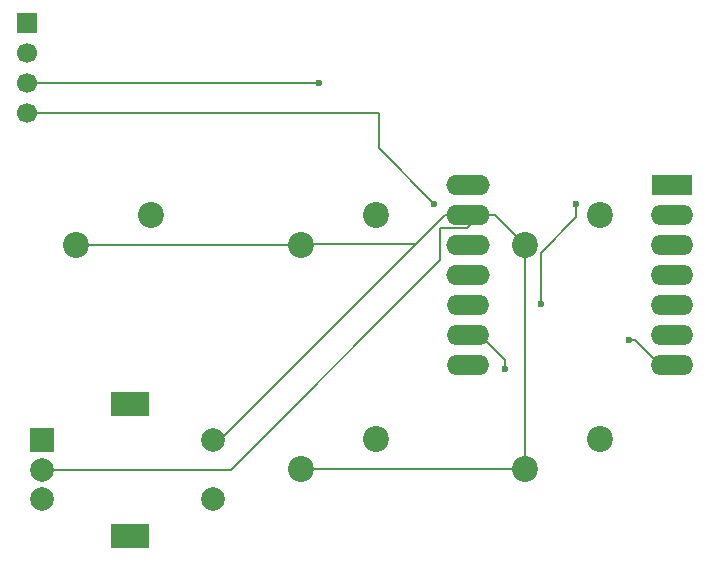
<source format=gbr>
%TF.GenerationSoftware,KiCad,Pcbnew,9.0.7-1.fc43*%
%TF.CreationDate,2026-02-19T19:52:44+02:00*%
%TF.ProjectId,Marcopad,4d617263-6f70-4616-942e-6b696361645f,rev?*%
%TF.SameCoordinates,Original*%
%TF.FileFunction,Copper,L1,Top*%
%TF.FilePolarity,Positive*%
%FSLAX46Y46*%
G04 Gerber Fmt 4.6, Leading zero omitted, Abs format (unit mm)*
G04 Created by KiCad (PCBNEW 9.0.7-1.fc43) date 2026-02-19 19:52:44*
%MOMM*%
%LPD*%
G01*
G04 APERTURE LIST*
%TA.AperFunction,ComponentPad*%
%ADD10C,2.200000*%
%TD*%
%TA.AperFunction,ComponentPad*%
%ADD11R,1.700000X1.700000*%
%TD*%
%TA.AperFunction,ComponentPad*%
%ADD12C,1.700000*%
%TD*%
%TA.AperFunction,ComponentPad*%
%ADD13R,2.000000X2.000000*%
%TD*%
%TA.AperFunction,ComponentPad*%
%ADD14C,2.000000*%
%TD*%
%TA.AperFunction,ComponentPad*%
%ADD15R,3.200000X2.000000*%
%TD*%
%TA.AperFunction,ComponentPad*%
%ADD16R,3.500000X1.700000*%
%TD*%
%TA.AperFunction,ComponentPad*%
%ADD17O,3.600000X1.700000*%
%TD*%
%TA.AperFunction,ComponentPad*%
%ADD18O,3.700000X1.700000*%
%TD*%
%TA.AperFunction,ViaPad*%
%ADD19C,0.600000*%
%TD*%
%TA.AperFunction,Conductor*%
%ADD20C,0.200000*%
%TD*%
G04 APERTURE END LIST*
D10*
%TO.P,SW6,1,1*%
%TO.N,Net-(U1-PB08_A6_D6_TX)*%
X105540000Y-57920000D03*
%TO.P,SW6,2,2*%
%TO.N,GND*%
X99190000Y-60460000D03*
%TD*%
%TO.P,SW1,1,1*%
%TO.N,Net-(U1-PA6_A10_D10_MOSI)*%
X124540000Y-57920000D03*
%TO.P,SW1,2,2*%
%TO.N,GND*%
X118190000Y-60460000D03*
%TD*%
%TO.P,SW4,1,1*%
%TO.N,Net-(U1-PA7_A8_D8_SCK)*%
X143540000Y-76920000D03*
%TO.P,SW4,2,2*%
%TO.N,GND*%
X137190000Y-79460000D03*
%TD*%
D11*
%TO.P,J1,1,Pin_1*%
%TO.N,GND*%
X95000000Y-41690000D03*
D12*
%TO.P,J1,2,Pin_2*%
X95000000Y-44230000D03*
%TO.P,J1,3,Pin_3*%
X95000000Y-46770000D03*
%TO.P,J1,4,Pin_4*%
X95000000Y-49310000D03*
%TD*%
D10*
%TO.P,SW5,1,1*%
%TO.N,Net-(U1-PB09_A7_D7_RX)*%
X124540000Y-76920000D03*
%TO.P,SW5,2,2*%
%TO.N,GND*%
X118190000Y-79460000D03*
%TD*%
%TO.P,SW2,1,1*%
%TO.N,Net-(U1-PA5_A9_D9_MISO)*%
X143540000Y-57920000D03*
%TO.P,SW2,2,2*%
%TO.N,GND*%
X137190000Y-60460000D03*
%TD*%
D13*
%TO.P,SW10,A,A*%
%TO.N,Net-(U1-PA02_A0_D0)*%
X96250000Y-77000000D03*
D14*
%TO.P,SW10,B,B*%
%TO.N,Net-(U1-PA4_A1_D1)*%
X96250000Y-82000000D03*
%TO.P,SW10,C,C*%
%TO.N,GND*%
X96250000Y-79500000D03*
D15*
%TO.P,SW10,MP*%
%TO.N,N/C*%
X103750000Y-73900000D03*
X103750000Y-85100000D03*
D14*
%TO.P,SW10,S1,S1*%
%TO.N,Net-(U1-PA10_A2_D2)*%
X110750000Y-82000000D03*
%TO.P,SW10,S2,S2*%
%TO.N,GND*%
X110750000Y-77000000D03*
%TD*%
D16*
%TO.P,U1,1,PA02_A0_D0*%
%TO.N,Net-(U1-PA02_A0_D0)*%
X149625000Y-55380000D03*
D17*
%TO.P,U1,2,PA4_A1_D1*%
%TO.N,Net-(U1-PA4_A1_D1)*%
X149625000Y-57920000D03*
%TO.P,U1,3,PA10_A2_D2*%
%TO.N,Net-(U1-PA10_A2_D2)*%
X149625000Y-60460000D03*
%TO.P,U1,4,PA11_A3_D3*%
%TO.N,GND*%
X149625000Y-63000000D03*
%TO.P,U1,5,PA8_A4_D4_SDA*%
X149625000Y-65540000D03*
%TO.P,U1,6,PA9_A5_D5_SCL*%
%TO.N,unconnected-(U1-PA9_A5_D5_SCL-Pad6)*%
X149625000Y-68080000D03*
%TO.P,U1,7,PB08_A6_D6_TX*%
%TO.N,Net-(U1-PB08_A6_D6_TX)*%
X149625000Y-70620000D03*
%TO.P,U1,8,PB09_A7_D7_RX*%
%TO.N,Net-(U1-PB09_A7_D7_RX)*%
X132375000Y-70620000D03*
%TO.P,U1,9,PA7_A8_D8_SCK*%
%TO.N,Net-(U1-PA7_A8_D8_SCK)*%
X132375000Y-68080000D03*
%TO.P,U1,10,PA5_A9_D9_MISO*%
%TO.N,Net-(U1-PA5_A9_D9_MISO)*%
X132375000Y-65540000D03*
D18*
%TO.P,U1,11,PA6_A10_D10_MOSI*%
%TO.N,Net-(U1-PA6_A10_D10_MOSI)*%
X132375000Y-63000000D03*
%TO.P,U1,12,3V3*%
%TO.N,GND*%
X132375000Y-60460000D03*
%TO.P,U1,13,GND*%
X132375000Y-57920000D03*
%TO.P,U1,14,5V*%
X132375000Y-55380000D03*
%TD*%
D19*
%TO.N,GND*%
X129500000Y-57000000D03*
X119685000Y-46770000D03*
%TO.N,Net-(U1-PA5_A9_D9_MISO)*%
X138500000Y-65500000D03*
X141500000Y-57000000D03*
%TO.N,Net-(U1-PA7_A8_D8_SCK)*%
X135500000Y-71000000D03*
%TO.N,Net-(U1-PB08_A6_D6_TX)*%
X146000000Y-68500000D03*
%TD*%
D20*
%TO.N,GND*%
X132295000Y-59000000D02*
X133375000Y-57920000D01*
X95000000Y-49310000D02*
X124765000Y-49310000D01*
X130000000Y-61778470D02*
X130000000Y-59000000D01*
X112278470Y-79500000D02*
X130000000Y-61778470D01*
X118237592Y-60412408D02*
X127912408Y-60412408D01*
X124765000Y-52265000D02*
X129500000Y-57000000D01*
X124765000Y-49310000D02*
X124765000Y-52265000D01*
X110750000Y-77000000D02*
X111324816Y-77000000D01*
X99190000Y-60460000D02*
X118190000Y-60460000D01*
X96250000Y-79500000D02*
X112278470Y-79500000D01*
X137190000Y-79460000D02*
X137190000Y-60460000D01*
X95000000Y-46770000D02*
X119685000Y-46770000D01*
X137190000Y-79460000D02*
X118190000Y-79460000D01*
X134650000Y-57920000D02*
X133375000Y-57920000D01*
X112278470Y-79500000D02*
X112000000Y-79500000D01*
X127912408Y-60412408D02*
X130404816Y-57920000D01*
X137190000Y-60460000D02*
X134650000Y-57920000D01*
X118190000Y-60460000D02*
X118237592Y-60412408D01*
X133375000Y-58403470D02*
X133375000Y-57920000D01*
X130000000Y-59000000D02*
X132295000Y-59000000D01*
X111324816Y-77000000D02*
X127912408Y-60412408D01*
X133375000Y-57920000D02*
X130404816Y-57920000D01*
%TO.N,Net-(U1-PA5_A9_D9_MISO)*%
X141500000Y-57000000D02*
X141500000Y-58131314D01*
X141500000Y-58131314D02*
X138500000Y-61131314D01*
X138500000Y-61131314D02*
X138500000Y-65500000D01*
%TO.N,Net-(U1-PA7_A8_D8_SCK)*%
X135500000Y-71000000D02*
X135500000Y-70205000D01*
X135500000Y-70205000D02*
X133375000Y-68080000D01*
%TO.N,Net-(U1-PB08_A6_D6_TX)*%
X146505000Y-68500000D02*
X148625000Y-70620000D01*
X146000000Y-68500000D02*
X146505000Y-68500000D01*
%TD*%
M02*

</source>
